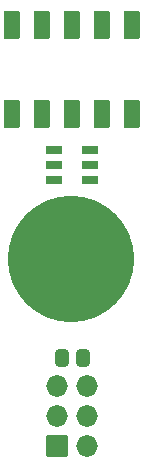
<source format=gts>
G04 #@! TF.GenerationSoftware,KiCad,Pcbnew,(6.0.5)*
G04 #@! TF.CreationDate,2022-06-02T14:12:23-07:00*
G04 #@! TF.ProjectId,feederFloor,66656564-6572-4466-9c6f-6f722e6b6963,rev?*
G04 #@! TF.SameCoordinates,Original*
G04 #@! TF.FileFunction,Soldermask,Top*
G04 #@! TF.FilePolarity,Negative*
%FSLAX46Y46*%
G04 Gerber Fmt 4.6, Leading zero omitted, Abs format (unit mm)*
G04 Created by KiCad (PCBNEW (6.0.5)) date 2022-06-02 14:12:23*
%MOMM*%
%LPD*%
G01*
G04 APERTURE LIST*
G04 Aperture macros list*
%AMRoundRect*
0 Rectangle with rounded corners*
0 $1 Rounding radius*
0 $2 $3 $4 $5 $6 $7 $8 $9 X,Y pos of 4 corners*
0 Add a 4 corners polygon primitive as box body*
4,1,4,$2,$3,$4,$5,$6,$7,$8,$9,$2,$3,0*
0 Add four circle primitives for the rounded corners*
1,1,$1+$1,$2,$3*
1,1,$1+$1,$4,$5*
1,1,$1+$1,$6,$7*
1,1,$1+$1,$8,$9*
0 Add four rect primitives between the rounded corners*
20,1,$1+$1,$2,$3,$4,$5,0*
20,1,$1+$1,$4,$5,$6,$7,0*
20,1,$1+$1,$6,$7,$8,$9,0*
20,1,$1+$1,$8,$9,$2,$3,0*%
G04 Aperture macros list end*
%ADD10RoundRect,0.051000X-0.635000X-1.125000X0.635000X-1.125000X0.635000X1.125000X-0.635000X1.125000X0*%
%ADD11RoundRect,0.301000X0.262500X0.450000X-0.262500X0.450000X-0.262500X-0.450000X0.262500X-0.450000X0*%
%ADD12RoundRect,0.051000X-0.665000X-0.265000X0.665000X-0.265000X0.665000X0.265000X-0.665000X0.265000X0*%
%ADD13C,5.802000*%
%ADD14C,10.702000*%
%ADD15RoundRect,0.051000X-0.863600X-0.863600X0.863600X-0.863600X0.863600X0.863600X-0.863600X0.863600X0*%
%ADD16O,1.829200X1.829200*%
G04 APERTURE END LIST*
D10*
X186650000Y-29100000D03*
X189190000Y-29100000D03*
X191730000Y-29100000D03*
X194270000Y-29100000D03*
X196810000Y-29100000D03*
X196810000Y-21550000D03*
X194270000Y-21550000D03*
X191730000Y-21550000D03*
X189190000Y-21543500D03*
X186650000Y-21543500D03*
D11*
X192742500Y-49740000D03*
X190917500Y-49740000D03*
D12*
X190265000Y-32130000D03*
X190265000Y-33400000D03*
X190265000Y-34670000D03*
X193315000Y-34670000D03*
X193315000Y-33400000D03*
X193315000Y-32130000D03*
D13*
X191700000Y-41350000D03*
D14*
X191700000Y-41350000D03*
D15*
X190500000Y-57200000D03*
D16*
X193040000Y-57200000D03*
X190500000Y-54660000D03*
X193040000Y-54660000D03*
X190500000Y-52120000D03*
X193040000Y-52120000D03*
M02*

</source>
